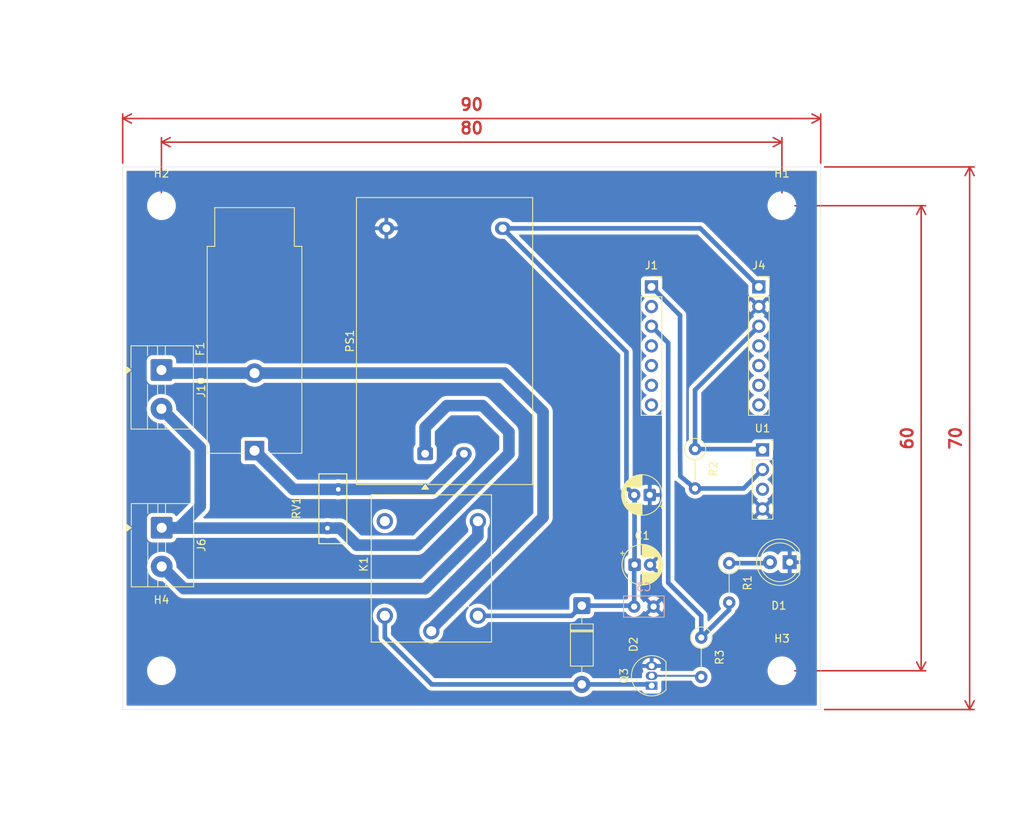
<source format=kicad_pcb>
(kicad_pcb (version 20241229) (generator "pcbnew") (generator_version "9.0")
  (layers (0 "F.Cu" signal) (2 "B.Cu" signal) (13 "F.Paste" user) (15 "B.Paste" user) (5 "F.SilkS" user "F.Silkscreen") (7 "B.SilkS" user "B.Silkscreen") (1 "F.Mask" user) (3 "B.Mask" user) (25 "Edge.Cuts" user))
  (net 0 "")
  (net 1 "+5V")
  (net 2 "GND")
  (net 3 "Net-(D2-A)")
  (net 4 "Net-(PS1-AC2)")
  (net 5 "L")
  (net 7 "HEATER_GATE")
  (net 10 "DATA")
  (net 12 "+3V3")
  (net 16 "NEUTRAL")
  (net 17 "Net-(Q3-B)")
  (net 22 "Net-(J6-Pin_2)")
  (net 23 "Net-(D1-A)")
  (footprint "MountingHole:MountingHole_3.2mm_M3" (layer "F.Cu") (at 115 75)
    (property "Reference" "H2" (at 0 -4.15 0) (layer "F.SilkS"))
    (property "Value" "MountingHole")
    (pad "" np_thru_hole circle (at 0 0) (size 3.2 3.2) (drill 3.2) (layers "*.Cu" "*.Mask"))
  )
  (footprint "Fuse:Fuseholder_Cylinder-5x20mm_Schurter_FAB_0031-355x_Horizontal_Closed" (layer "F.Cu") (at 127 106.6 90)
    (property "Reference" "F1" (at 13.125 -7 90) (layer "F.SilkS"))
    (property "Value" "Fuse")
    (fp_line (start 26.35 -6.1) (end -0.35 -6.1) (stroke (width 0.12)) (layer "F.SilkS"))
    (fp_line (start -0.35 -6.1) (end -0.35 -1.5) (stroke (width 0.12)) (layer "F.SilkS"))
    (fp_line (start 31.35 -5.13) (end 31.35 5.13) (stroke (width 0.12)) (layer "F.SilkS"))
    (fp_line (start 26.35 -5.13) (end 26.35 -6.1) (stroke (width 0.12)) (layer "F.SilkS"))
    (fp_line (start 26.35 -5.13) (end 31.35 -5.13) (stroke (width 0.12)) (layer "F.SilkS"))
    (fp_line (start -0.35 1.5) (end -0.35 6.1) (stroke (width 0.12)) (layer "F.SilkS"))
    (fp_line (start 31.35 5.13) (end 26.35 5.13) (stroke (width 0.12)) (layer "F.SilkS"))
    (fp_line (start 26.35 5.13) (end 26.35 6.1) (stroke (width 0.12)) (layer "F.SilkS"))
    (fp_line (start -0.35 6.1) (end 26.35 6.1) (stroke (width 0.12)) (layer "F.SilkS"))
    (pad "1" thru_hole rect (at 0 0 90) (size 2.5 2.5) (drill 1.3) (layers "*.Cu" "*.Mask") (net 4 "Net-(PS1-AC2)"))
    (pad "2" thru_hole circle (at 10 0 90) (size 2.5 2.5) (drill 1.3) (layers "*.Cu" "*.Mask") (net 5 "L"))
  )
  (footprint "Capacitor_THT:CP_Radial_D5.0mm_P2.00mm" (layer "F.Cu") (at 176 121.32)
    (property "Reference" "C1" (at 1 -3.75 0) (layer "F.SilkS"))
    (property "Value" "100 uF")
    (fp_line (start -1.804775 -1.475) (end -1.304775 -1.475) (stroke (width 0.12)) (layer "F.SilkS"))
    (fp_line (start -1.554775 -1.725) (end -1.554775 -1.225) (stroke (width 0.12)) (layer "F.SilkS"))
    (fp_line (start 1 -2.58) (end 1 -1.04) (stroke (width 0.12)) (layer "F.SilkS"))
    (fp_line (start 1 1.04) (end 1 2.58) (stroke (width 0.12)) (layer "F.SilkS"))
    (fp_line (start 1.04 -2.58) (end 1.04 -1.04) (stroke (width 0.12)) (layer "F.SilkS"))
    (fp_line (start 1.04 1.04) (end 1.04 2.58) (stroke (width 0.12)) (layer "F.SilkS"))
    (fp_line (start 1.08 -2.579) (end 1.08 -1.04) (stroke (width 0.12)) (layer "F.SilkS"))
    (fp_line (start 1.08 1.04) (end 1.08 2.579) (stroke (width 0.12)) (layer "F.SilkS"))
    (fp_line (start 1.12 -2.577) (end 1.12 -1.04) (stroke (width 0.12)) (layer "F.SilkS"))
    (fp_line (start 1.12 1.04) (end 1.12 2.577) (stroke (width 0.12)) (layer "F.SilkS"))
    (fp_line (start 1.16 -2.575) (end 1.16 -1.04) (stroke (width 0.12)) (layer "F.SilkS"))
    (fp_line (start 1.16 1.04) (end 1.16 2.575) (stroke (width 0.12)) (layer "F.SilkS"))
    (fp_line (start 1.2 -2.572) (end 1.2 -1.04) (stroke (width 0.12)) (layer "F.SilkS"))
    (fp_line (start 1.2 1.04) (end 1.2 2.572) (stroke (width 0.12)) (layer "F.SilkS"))
    (fp_line (start 1.24 -2.569) (end 1.24 -1.04) (stroke (width 0.12)) (layer "F.SilkS"))
    (fp_line (start 1.24 1.04) (end 1.24 2.569) (stroke (width 0.12)) (layer "F.SilkS"))
    (fp_line (start 1.28 -2.565) (end 1.28 -1.04) (stroke (width 0.12)) (layer "F.SilkS"))
    (fp_line (start 1.28 1.04) (end 1.28 2.565) (stroke (width 0.12)) (layer "F.SilkS"))
    (fp_line (start 1.32 -2.56) (end 1.32 -1.04) (stroke (width 0.12)) (layer "F.SilkS"))
    (fp_line (start 1.32 1.04) (end 1.32 2.56) (stroke (width 0.12)) (layer "F.SilkS"))
    (fp_line (start 1.36 -2.555) (end 1.36 -1.04) (stroke (width 0.12)) (layer "F.SilkS"))
    (fp_line (start 1.36 1.04) (end 1.36 2.555) (stroke (width 0.12)) (layer "F.SilkS"))
    (fp_line (start 1.4 -2.549) (end 1.4 -1.04) (stroke (width 0.12)) (layer "F.SilkS"))
    (fp_line (start 1.4 1.04) (end 1.4 2.549) (stroke (width 0.12)) (layer "F.SilkS"))
    (fp_line (start 1.44 -2.543) (end 1.44 -1.04) (stroke (width 0.12)) (layer "F.SilkS"))
    (fp_line (start 1.44 1.04) (end 1.44 2.543) (stroke (width 0.12)) (layer "F.SilkS"))
    (fp_line (start 1.48 -2.536) (end 1.48 -1.04) (stroke (width 0.12)) (layer "F.SilkS"))
    (fp_line (start 1.48 1.04) (end 1.48 2.536) (stroke (width 0.12)) (layer "F.SilkS"))
    (fp_line (start 1.52 -2.528) (end 1.52 -1.04) (stroke (width 0.12)) (layer "F.SilkS"))
    (fp_line (start 1.52 1.04) (end 1.52 2.528) (stroke (width 0.12)) (layer "F.SilkS"))
    (fp_line (start 1.56 -2.519) (end 1.56 -1.04) (stroke (width 0.12)) (layer "F.SilkS"))
    (fp_line (start 1.56 1.04) (end 1.56 2.519) (stroke (width 0.12)) (layer "F.SilkS"))
    (fp_line (start 1.6 -2.51) (end 1.6 -1.04) (stroke (width 0.12)) (layer "F.SilkS"))
    (fp_line (start 1.6 1.04) (end 1.6 2.51) (stroke (width 0.12)) (layer "F.SilkS"))
    (fp_line (start 1.64 -2.501) (end 1.64 -1.04) (stroke (width 0.12)) (layer "F.SilkS"))
    (fp_line (start 1.64 1.04) (end 1.64 2.501) (stroke (width 0.12)) (layer "F.SilkS"))
    (fp_line (start 1.68 -2.49) (end 1.68 -1.04) (stroke (width 0.12)) (layer "F.SilkS"))
    (fp_line (start 1.68 1.04) (end 1.68 2.49) (stroke (width 0.12)) (layer "F.SilkS"))
    (fp_line (start 1.72 -2.479) (end 1.72 -1.04) (stroke (width 0.12)) (layer "F.SilkS"))
    (fp_line (start 1.72 1.04) (end 1.72 2.479) (stroke (width 0.12)) (layer "F.SilkS"))
    (fp_line (start 1.76 -2.467) (end 1.76 -1.04) (stroke (width 0.12)) (layer "F.SilkS"))
    (fp_line (start 1.76 1.04) (end 1.76 2.467) (stroke (width 0.12)) (layer "F.SilkS"))
    (fp_line (start 1.8 -2.455) (end 1.8 -1.04) (stroke (width 0.12)) (layer "F.SilkS"))
    (fp_line (start 1.8 1.04) (end 1.8 2.455) (stroke (width 0.12)) (layer "F.SilkS"))
    (fp_line (start 1.84 -2.442) (end 1.84 -1.04) (stroke (width 0.12)) (layer "F.SilkS"))
    (fp_line (start 1.84 1.04) (end 1.84 2.442) (stroke (width 0.12)) (layer "F.SilkS"))
    (fp_line (start 1.88 -2.428) (end 1.88 -1.04) (stroke (width 0.12)) (layer "F.SilkS"))
    (fp_line (start 1.88 1.04) (end 1.88 2.428) (stroke (width 0.12)) (layer "F.SilkS"))
    (fp_line (start 1.92 -2.413) (end 1.92 -1.04) (stroke (width 0.12)) (layer "F.SilkS"))
    (fp_line (start 1.92 1.04) (end 1.92 2.413) (stroke (width 0.12)) (layer "F.SilkS"))
    (fp_line (start 1.96 -2.398) (end 1.96 -1.04) (stroke (width 0.12)) (layer "F.SilkS"))
    (fp_line (start 1.96 1.04) (end 1.96 2.398) (stroke (width 0.12)) (layer "F.SilkS"))
    (fp_line (start 2 -2.382) (end 2 -1.04) (stroke (width 0.12)) (layer "F.SilkS"))
    (fp_line (start 2 1.04) (end 2 2.382) (stroke (width 0.12)) (layer "F.SilkS"))
    (fp_line (start 2.04 -2.365) (end 2.04 -1.04) (stroke (width 0.12)) (layer "F.SilkS"))
    (fp_line (start 2.04 1.04) (end 2.04 2.365) (stroke (width 0.12)) (layer "F.SilkS"))
    (fp_line (start 2.08 -2.347) (end 2.08 -1.04) (stroke (width 0.12)) (layer "F.SilkS"))
    (fp_line (start 2.08 1.04) (end 2.08 2.347) (stroke (width 0.12)) (layer "F.SilkS"))
    (fp_line (start 2.12 -2.329) (end 2.12 -1.04) (stroke (width 0.12)) (layer "F.SilkS"))
    (fp_line (start 2.12 1.04) (end 2.12 2.329) (stroke (width 0.12)) (layer "F.SilkS"))
    (fp_line (start 2.16 -2.309) (end 2.16 -1.04) (stroke (width 0.12)) (layer "F.SilkS"))
    (fp_line (start 2.16 1.04) (end 2.16 2.309) (stroke (width 0.12)) (layer "F.SilkS"))
    (fp_line (start 2.2 -2.289) (end 2.2 -1.04) (stroke (width 0.12)) (layer "F.SilkS"))
    (fp_line (start 2.2 1.04) (end 2.2 2.289) (stroke (width 0.12)) (layer "F.SilkS"))
    (fp_line (start 2.24 -2.268) (end 2.24 -1.04) (stroke (width 0.12)) (layer "F.SilkS"))
    (fp_line (start 2.24 1.04) (end 2.24 2.268) (stroke (width 0.12)) (layer "F.SilkS"))
    (fp_line (start 2.28 -2.246) (end 2.28 -1.04) (stroke (width 0.12)) (layer "F.SilkS"))
    (fp_line (start 2.28 1.04) (end 2.28 2.246) (stroke (width 0.12)) (layer "F.SilkS"))
    (fp_line (start 2.32 -2.223) (end 2.32 -1.04) (stroke (width 0.12)) (layer "F.SilkS"))
    (fp_line (start 2.32 1.04) (end 2.32 2.223) (stroke (width 0.12)) (layer "F.SilkS"))
    (fp_line (start 2.36 -2.199) (end 2.36 -1.04) (stroke (width 0.12)) (layer "F.SilkS"))
    (fp_line (start 2.36 1.04) (end 2.36 2.199) (stroke (width 0.12)) (layer "F.SilkS"))
    (fp_line (start 2.4 -2.175) (end 2.4 -1.04) (stroke (width 0.12)) (layer "F.SilkS"))
    (fp_line (start 2.4 1.04) (end 2.4 2.175) (stroke (width 0.12)) (layer "F.SilkS"))
    (fp_line (start 2.44 -2.149) (end 2.44 -1.04) (stroke (width 0.12)) (layer "F.SilkS"))
    (fp_line (start 2.44 1.04) (end 2.44 2.149) (stroke (width 0.12)) (layer "F.SilkS"))
    (fp_line (start 2.48 -2.122) (end 2.48 -1.04) (stroke (width 0.12)) (layer "F.SilkS"))
    (fp_line (start 2.48 1.04) (end 2.48 2.122) (stroke (width 0.12)) (layer "F.SilkS"))
    (fp_line (start 2.52 -2.094) (end 2.52 -1.04) (stroke (width 0.12)) (layer "F.SilkS"))
    (fp_line (start 2.52 1.04) (end 2.52 2.094) (stroke (width 0.12)) (layer "F.SilkS"))
    (fp_line (start 2.56 -2.065) (end 2.56 -1.04) (stroke (width 0.12)) (layer "F.SilkS"))
    (fp_line (start 2.56 1.04) (end 2.56 2.065) (stroke (width 0.12)) (layer "F.SilkS"))
    (fp_line (start 2.6 -2.035) (end 2.6 -1.04) (stroke (width 0.12)) (layer "F.SilkS"))
    (fp_line (start 2.6 1.04) (end 2.6 2.035) (stroke (width 0.12)) (layer "F.SilkS"))
    (fp_line (start 2.64 -2.003) (end 2.64 -1.04) (stroke (width 0.12)) (layer "F.SilkS"))
    (fp_line (start 2.64 1.04) (end 2.64 2.003) (stroke (width 0.12)) (layer "F.SilkS"))
    (fp_line (start 2.68 -1.97) (end 2.68 -1.04) (stroke (width 0.12)) (layer "F.SilkS"))
    (fp_line (start 2.68 1.04) (end 2.68 1.97) (stroke (width 0.12)) (layer "F.SilkS"))
    (fp_line (start 2.72 -1.936) (end 2.72 -1.04) (stroke (width 0.12)) (layer "F.SilkS"))
    (fp_line (start 2.72 1.04) (end 2.72 1.936) (stroke (width 0.12)) (layer "F.SilkS"))
    (fp_line (start 2.76 -1.901) (end 2.76 -1.04) (stroke (width 0.12)) (layer "F.SilkS"))
    (fp_line (start 2.76 1.04) (end 2.76 1.901) (stroke (width 0.12)) (layer "F.SilkS"))
    (fp_line (start 2.8 -1.864) (end 2.8 -1.04) (stroke (width 0.12)) (layer "F.SilkS"))
    (fp_line (start 2.8 1.04) (end 2.8 1.864) (stroke (width 0.12)) (layer "F.SilkS"))
    (fp_line (start 2.84 -1.825) (end 2.84 -1.04) (stroke (width 0.12)) (layer "F.SilkS"))
    (fp_line (start 2.84 1.04) (end 2.84 1.825) (stroke (width 0.12)) (layer "F.SilkS"))
    (fp_line (start 2.88 -1.785) (end 2.88 -1.04) (stroke (width 0.12)) (layer "F.SilkS"))
    (fp_line (start 2.88 1.04) (end 2.88 1.785) (stroke (width 0.12)) (layer "F.SilkS"))
    (fp_line (start 2.92 -1.743) (end 2.92 -1.04) (stroke (width 0.12)) (layer "F.SilkS"))
    (fp_line (start 2.92 1.04) (end 2.92 1.743) (stroke (width 0.12)) (layer "F.SilkS"))
    (fp_line (start 2.96 -1.699) (end 2.96 -1.04) (stroke (width 0.12)) (layer "F.SilkS"))
    (fp_line (start 2.96 1.04) (end 2.96 1.699) (stroke (width 0.12)) (layer "F.SilkS"))
    (fp_line (start 3 -1.652) (end 3 -1.04) (stroke (width 0.12)) (layer "F.SilkS"))
    (fp_line (start 3 1.04) (end 3 1.652) (stroke (width 0.12)) (layer "F.SilkS"))
    (fp_line (start 3.04 -1.604) (end 3.04 1.604) (stroke (width 0.12)) (layer "F.SilkS"))
    (fp_line (start 3.08 -1.553) (end 3.08 1.553) (stroke (width 0.12)) (layer "F.SilkS"))
    (fp_line (start 3.12 -1.499) (end 3.12 1.499) (stroke (width 0.12)) (layer "F.SilkS"))
    (fp_line (start 3.16 -1.443) (end 3.16 1.443) (stroke (width 0.12)) (layer "F.SilkS"))
    (fp_line (start 3.2 -1.383) (end 3.2 1.383) (stroke (width 0.12)) (layer "F.SilkS"))
    (fp_line (start 3.24 -1.319) (end 3.24 1.319) (stroke (width 0.12)) (layer "F.SilkS"))
    (fp_line (start 3.28 -1.251) (end 3.28 1.251) (stroke (width 0.12)) (layer "F.SilkS"))
    (fp_line (start 3.32 -1.177) (end 3.32 1.177) (stroke (width 0.12)) (layer "F.SilkS"))
    (fp_line (start 3.36 -1.098) (end 3.36 1.098) (stroke (width 0.12)) (layer "F.SilkS"))
    (fp_line (start 3.4 -1.011) (end 3.4 1.011) (stroke (width 0.12)) (layer "F.SilkS"))
    (fp_line (start 3.44 -0.914) (end 3.44 0.914) (stroke (width 0.12)) (layer "F.SilkS"))
    (fp_line (start 3.48 -0.805) (end 3.48 0.805) (stroke (width 0.12)) (layer "F.SilkS"))
    (fp_line (start 3.52 -0.677) (end 3.52 0.677) (stroke (width 0.12)) (layer "F.SilkS"))
    (fp_line (start 3.56 -0.517) (end 3.56 0.517) (stroke (width 0.12)) (layer "F.SilkS"))
    (fp_line (start 3.6 -0.283) (end 3.6 0.283) (stroke (width 0.12)) (layer "F.SilkS"))
    (fp_circle (center 1 0) (end 3.62 0) (stroke (width 0.12)) (fill no) (layer "F.SilkS"))
    (pad "1" thru_hole roundrect (at 0 0) (size 1.6 1.6) (drill 0.8) (layers "*.Cu" "*.Mask") (roundrect_rratio 0.15625) (net 1 "+5V"))
    (pad "2" thru_hole circle (at 2 0) (size 1.6 1.6) (drill 0.8) (layers "*.Cu" "*.Mask") (net 2 "GND"))
  )
  (footprint "TerminalBlock:TerminalBlock_MaiXu_MX126-5.0-02P_1x02_P5.00mm" (layer "F.Cu") (at 115 96.2 -90)
    (property "Reference" "J10" (at 2.25 -5.12 90) (layer "F.SilkS"))
    (property "Value" "ARK-500")
    (fp_line (start -3.12 3.92) (end -3.12 -4.12) (stroke (width 0.12)) (layer "F.SilkS"))
    (fp_line (start -0.3 3.92) (end -3.12 3.92) (stroke (width 0.12)) (layer "F.SilkS"))
    (fp_line (start 7.62 3.92) (end 0.3 3.92) (stroke (width 0.12)) (layer "F.SilkS"))
    (fp_line (start -3.12 1.8) (end -1.88 1.8) (stroke (width 0.12)) (layer "F.SilkS"))
    (fp_line (start 1.88 1.8) (end 4.457 1.8) (stroke (width 0.12)) (layer "F.SilkS"))
    (fp_line (start 5.543 1.8) (end 7.62 1.8) (stroke (width 0.12)) (layer "F.SilkS"))
    (fp_line (start -3.12 0.5) (end -1.88 0.5) (stroke (width 0.12)) (layer "F.SilkS"))
    (fp_line (start 1.88 0.5) (end 3.188 0.5) (stroke (width 0.12)) (layer "F.SilkS"))
    (fp_line (start 6.812 0.5) (end 7.62 0.5) (stroke (width 0.12)) (layer "F.SilkS"))
    (fp_line (start -3.12 -0.5) (end -1.88 -0.5) (stroke (width 0.12)) (layer "F.SilkS"))
    (fp_line (start 1.88 -0.5) (end 3.188 -0.5) (stroke (width 0.12)) (layer "F.SilkS"))
    (fp_line (start 6.812 -0.5) (end 7.62 -0.5) (stroke (width 0.12)) (layer "F.SilkS"))
    (fp_line (start -3.12 -4.12) (end 7.62 -4.12) (stroke (width 0.12)) (layer "F.SilkS"))
    (fp_line (start 7.62 -4.12) (end 7.62 3.92) (stroke (width 0.12)) (layer "F.SilkS"))
    (fp_poly (pts (xy 0 3.92) (xy 0.44 4.53) (xy -0.44 4.53)) (stroke (width 0.12)) (fill yes) (layer "F.SilkS"))
    (pad "1" thru_hole roundrect (at 0 0 270) (size 2.8 2.8) (drill 1.3) (layers "*.Cu" "*.Mask") (roundrect_rratio 0.089286) (net 5 "L"))
    (pad "2" thru_hole circle (at 5 0 270) (size 2.8 2.8) (drill 1.3) (layers "*.Cu" "*.Mask") (net 16 "NEUTRAL"))
  )
  (footprint "Package_TO_SOT_THT:TO-92_Inline" (layer "F.Cu") (at 178.2 136.92 90)
    (property "Reference" "Q3" (at 1.27 -3.56 90) (layer "F.SilkS"))
    (property "Value" "BC547")
    (fp_line (start -0.53 1.85) (end 3.07 1.85) (stroke (width 0.12)) (layer "F.SilkS"))
    (fp_arc (start 1.27 -2.6) (mid 3.672087 -0.994977) (end 3.108478 1.838478) (stroke (width 0.12)) (layer "F.SilkS"))
    (fp_arc (start -0.568478 1.838478) (mid -1.132087 -0.994977) (end 1.27 -2.6) (stroke (width 0.12)) (layer "F.SilkS"))
    (pad "1" thru_hole rect (at 0 0 90) (size 1.05 1.5) (drill 0.75) (layers "*.Cu" "*.Mask") (net 3 "Net-(D2-A)"))
    (pad "2" thru_hole oval (at 1.27 0 90) (size 1.05 1.5) (drill 0.75) (layers "*.Cu" "*.Mask") (net 17 "Net-(Q3-B)"))
    (pad "3" thru_hole oval (at 2.54 0 90) (size 1.05 1.5) (drill 0.75) (layers "*.Cu" "*.Mask") (net 2 "GND"))
  )
  (footprint "Resistor_THT:R_Axial_DIN0207_L6.3mm_D2.5mm_P5.08mm_Vertical" (layer "F.Cu") (at 183.8 106.4 -90)
    (property "Reference" "R2" (at 2.54 -2.37 90) (layer "F.SilkS"))
    (property "Value" "4,7k")
    (fp_line (start 1.37 0) (end 3.98 0) (stroke (width 0.12)) (layer "F.SilkS"))
    (fp_circle (center 0 0) (end 1.37 0) (stroke (width 0.12)) (fill no) (layer "F.SilkS"))
    (pad "1" thru_hole circle (at 0 0 270) (size 1.6 1.6) (drill 0.8) (layers "*.Cu" "*.Mask") (net 12 "+3V3"))
    (pad "2" thru_hole circle (at 5.08 0 270) (size 1.6 1.6) (drill 0.8) (layers "*.Cu" "*.Mask") (net 10 "DATA"))
  )
  (footprint "Capacitor_THT:CP_Radial_D5.0mm_P2.00mm" (layer "F.Cu") (at 177.955113 112.32 180)
    (property "Reference" "C_Polarised1" (hide yes))
    (property "Value" "47uF")
    (fp_line (start 3.6 -0.283) (end 3.6 0.283) (stroke (width 0.12)) (layer "F.SilkS"))
    (fp_line (start 3.56 -0.517) (end 3.56 0.517) (stroke (width 0.12)) (layer "F.SilkS"))
    (fp_line (start 3.52 -0.677) (end 3.52 0.677) (stroke (width 0.12)) (layer "F.SilkS"))
    (fp_line (start 3.48 -0.805) (end 3.48 0.805) (stroke (width 0.12)) (layer "F.SilkS"))
    (fp_line (start 3.44 -0.914) (end 3.44 0.914) (stroke (width 0.12)) (layer "F.SilkS"))
    (fp_line (start 3.4 -1.011) (end 3.4 1.011) (stroke (width 0.12)) (layer "F.SilkS"))
    (fp_line (start 3.36 -1.098) (end 3.36 1.098) (stroke (width 0.12)) (layer "F.SilkS"))
    (fp_line (start 3.32 -1.177) (end 3.32 1.177) (stroke (width 0.12)) (layer "F.SilkS"))
    (fp_line (start 3.28 -1.251) (end 3.28 1.251) (stroke (width 0.12)) (layer "F.SilkS"))
    (fp_line (start 3.24 -1.319) (end 3.24 1.319) (stroke (width 0.12)) (layer "F.SilkS"))
    (fp_line (start 3.2 -1.383) (end 3.2 1.383) (stroke (width 0.12)) (layer "F.SilkS"))
    (fp_line (start 3.16 -1.443) (end 3.16 1.443) (stroke (width 0.12)) (layer "F.SilkS"))
    (fp_line (start 3.12 -1.499) (end 3.12 1.499) (stroke (width 0.12)) (layer "F.SilkS"))
    (fp_line (start 3.08 -1.553) (end 3.08 1.553) (stroke (width 0.12)) (layer "F.SilkS"))
    (fp_line (start 3.04 -1.604) (end 3.04 1.604) (stroke (width 0.12)) (layer "F.SilkS"))
    (fp_line (start 3 1.04) (end 3 1.652) (stroke (width 0.12)) (layer "F.SilkS"))
    (fp_line (start 3 -1.652) (end 3 -1.04) (stroke (width 0.12)) (layer "F.SilkS"))
    (fp_line (start 2.96 1.04) (end 2.96 1.699) (stroke (width 0.12)) (layer "F.SilkS"))
    (fp_line (start 2.96 -1.699) (end 2.96 -1.04) (stroke (width 0.12)) (layer "F.SilkS"))
    (fp_line (start 2.92 1.04) (end 2.92 1.743) (stroke (width 0.12)) (layer "F.SilkS"))
    (fp_line (start 2.92 -1.743) (end 2.92 -1.04) (stroke (width 0.12)) (layer "F.SilkS"))
    (fp_line (start 2.88 1.04) (end 2.88 1.785) (stroke (width 0.12)) (layer "F.SilkS"))
    (fp_line (start 2.88 -1.785) (end 2.88 -1.04) (stroke (width 0.12)) (layer "F.SilkS"))
    (fp_line (start 2.84 1.04) (end 2.84 1.825) (stroke (width 0.12)) (layer "F.SilkS"))
    (fp_line (start 2.84 -1.825) (end 2.84 -1.04) (stroke (width 0.12)) (layer "F.SilkS"))
    (fp_line (start 2.8 1.04) (end 2.8 1.864) (stroke (width 0.12)) (layer "F.SilkS"))
    (fp_line (start 2.8 -1.864) (end 2.8 -1.04) (stroke (width 0.12)) (layer "F.SilkS"))
    (fp_line (start 2.76 1.04) (end 2.76 1.901) (stroke (width 0.12)) (layer "F.SilkS"))
    (fp_line (start 2.76 -1.901) (end 2.76 -1.04) (stroke (width 0.12)) (layer "F.SilkS"))
    (fp_line (start 2.72 1.04) (end 2.72 1.936) (stroke (width 0.12)) (layer "F.SilkS"))
    (fp_line (start 2.72 -1.936) (end 2.72 -1.04) (stroke (width 0.12)) (layer "F.SilkS"))
    (fp_line (start 2.68 1.04) (end 2.68 1.97) (stroke (width 0.12)) (layer "F.SilkS"))
    (fp_line (start 2.68 -1.97) (end 2.68 -1.04) (stroke (width 0.12)) (layer "F.SilkS"))
    (fp_line (start 2.64 1.04) (end 2.64 2.003) (stroke (width 0.12)) (layer "F.SilkS"))
    (fp_line (start 2.64 -2.003) (end 2.64 -1.04) (stroke (width 0.12)) (layer "F.SilkS"))
    (fp_line (start 2.6 1.04) (end 2.6 2.035) (stroke (width 0.12)) (layer "F.SilkS"))
    (fp_line (start 2.6 -2.035) (end 2.6 -1.04) (stroke (width 0.12)) (layer "F.SilkS"))
    (fp_line (start 2.56 1.04) (end 2.56 2.065) (stroke (width 0.12)) (layer "F.SilkS"))
    (fp_line (start 2.56 -2.065) (end 2.56 -1.04) (stroke (width 0.12)) (layer "F.SilkS"))
    (fp_line (start 2.52 1.04) (end 2.52 2.094) (stroke (width 0.12)) (layer "F.SilkS"))
    (fp_line (start 2.52 -2.094) (end 2.52 -1.04) (stroke (width 0.12)) (layer "F.SilkS"))
    (fp_line (start 2.48 1.04) (end 2.48 2.122) (stroke (width 0.12)) (layer "F.SilkS"))
    (fp_line (start 2.48 -2.122) (end 2.48 -1.04) (stroke (width 0.12)) (layer "F.SilkS"))
    (fp_line (start 2.44 1.04) (end 2.44 2.149) (stroke (width 0.12)) (layer "F.SilkS"))
    (fp_line (start 2.44 -2.149) (end 2.44 -1.04) (stroke (width 0.12)) (layer "F.SilkS"))
    (fp_line (start 2.4 1.04) (end 2.4 2.175) (stroke (width 0.12)) (layer "F.SilkS"))
    (fp_line (start 2.4 -2.175) (end 2.4 -1.04) (stroke (width 0.12)) (layer "F.SilkS"))
    (fp_line (start 2.36 1.04) (end 2.36 2.199) (stroke (width 0.12)) (layer "F.SilkS"))
    (fp_line (start 2.36 -2.199) (end 2.36 -1.04) (stroke (width 0.12)) (layer "F.SilkS"))
    (fp_line (start 2.32 1.04) (end 2.32 2.223) (stroke (width 0.12)) (layer "F.SilkS"))
    (fp_line (start 2.32 -2.223) (end 2.32 -1.04) (stroke (width 0.12)) (layer "F.SilkS"))
    (fp_line (start 2.28 1.04) (end 2.28 2.246) (stroke (width 0.12)) (layer "F.SilkS"))
    (fp_line (start 2.28 -2.246) (end 2.28 -1.04) (stroke (width 0.12)) (layer "F.SilkS"))
    (fp_line (start 2.24 1.04) (end 2.24 2.268) (stroke (width 0.12)) (layer "F.SilkS"))
    (fp_line (start 2.24 -2.268) (end 2.24 -1.04) (stroke (width 0.12)) (layer "F.SilkS"))
    (fp_line (start 2.2 1.04) (end 2.2 2.289) (stroke (width 0.12)) (layer "F.SilkS"))
    (fp_line (start 2.2 -2.289) (end 2.2 -1.04) (stroke (width 0.12)) (layer "F.SilkS"))
    (fp_line (start 2.16 1.04) (end 2.16 2.309) (stroke (width 0.12)) (layer "F.SilkS"))
    (fp_line (start 2.16 -2.309) (end 2.16 -1.04) (stroke (width 0.12)) (layer "F.SilkS"))
    (fp_line (start 2.12 1.04) (end 2.12 2.329) (stroke (width 0.12)) (layer "F.SilkS"))
    (fp_line (start 2.12 -2.329) (end 2.12 -1.04) (stroke (width 0.12)) (layer "F.SilkS"))
    (fp_line (start 2.08 1.04) (end 2.08 2.347) (stroke (width 0.12)) (layer "F.SilkS"))
    (fp_line (start 2.08 -2.347) (end 2.08 -1.04) (stroke (width 0.12)) (layer "F.SilkS"))
    (fp_line (start 2.04 1.04) (end 2.04 2.365) (stroke (width 0.12)) (layer "F.SilkS"))
    (fp_line (start 2.04 -2.365) (end 2.04 -1.04) (stroke (width 0.12)) (layer "F.SilkS"))
    (fp_line (start 2 1.04) (end 2 2.382) (stroke (width 0.12)) (layer "F.SilkS"))
    (fp_line (start 2 -2.382) (end 2 -1.04) (stroke (width 0.12)) (layer "F.SilkS"))
    (fp_line (start 1.96 1.04) (end 1.96 2.398) (stroke (width 0.12)) (layer "F.SilkS"))
    (fp_line (start 1.96 -2.398) (end 1.96 -1.04) (stroke (width 0.12)) (layer "F.SilkS"))
    (fp_line (start 1.92 1.04) (end 1.92 2.413) (stroke (width 0.12)) (layer "F.SilkS"))
    (fp_line (start 1.92 -2.413) (end 1.92 -1.04) (stroke (width 0.12)) (layer "F.SilkS"))
    (fp_line (start 1.88 1.04) (end 1.88 2.428) (stroke (width 0.12)) (layer "F.SilkS"))
    (fp_line (start 1.88 -2.428) (end 1.88 -1.04) (stroke (width 0.12)) (layer "F.SilkS"))
    (fp_line (start 1.84 1.04) (end 1.84 2.442) (stroke (width 0.12)) (layer "F.SilkS"))
    (fp_line (start 1.84 -2.442) (end 1.84 -1.04) (stroke (width 0.12)) (layer "F.SilkS"))
    (fp_line (start 1.8 1.04) (end 1.8 2.455) (stroke (width 0.12)) (layer "F.SilkS"))
    (fp_line (start 1.8 -2.455) (end 1.8 -1.04) (stroke (width 0.12)) (layer "F.SilkS"))
    (fp_line (start 1.76 1.04) (end 1.76 2.467) (stroke (width 0.12)) (layer "F.SilkS"))
    (fp_line (start 1.76 -2.467) (end 1.76 -1.04) (stroke (width 0.12)) (layer "F.SilkS"))
    (fp_line (start 1.72 1.04) (end 1.72 2.479) (stroke (width 0.12)) (layer "F.SilkS"))
    (fp_line (start 1.72 -2.479) (end 1.72 -1.04) (stroke (width 0.12)) (layer "F.SilkS"))
    (fp_line (start 1.68 1.04) (end 1.68 2.49) (stroke (width 0.12)) (layer "F.SilkS"))
    (fp_line (start 1.68 -2.49) (end 1.68 -1.04) (stroke (width 0.12)) (layer "F.SilkS"))
    (fp_line (start 1.64 1.04) (end 1.64 2.501) (stroke (width 0.12)) (layer "F.SilkS"))
    (fp_line (start 1.64 -2.501) (end 1.64 -1.04) (stroke (width 0.12)) (layer "F.SilkS"))
    (fp_line (start 1.6 1.04) (end 1.6 2.51) (stroke (width 0.12)) (layer "F.SilkS"))
    (fp_line (start 1.6 -2.51) (end 1.6 -1.04) (stroke (width 0.12)) (layer "F.SilkS"))
    (fp_line (start 1.56 1.04) (end 1.56 2.519) (stroke (width 0.12)) (layer "F.SilkS"))
    (fp_line (start 1.56 -2.519) (end 1.56 -1.04) (stroke (width 0.12)) (layer "F.SilkS"))
    (fp_line (start 1.52 1.04) (end 1.52 2.528) (stroke (width 0.12)) (layer "F.SilkS"))
    (fp_line (start 1.52 -2.528) (end 1.52 -1.04) (stroke (width 0.12)) (layer "F.SilkS"))
    (fp_line (start 1.48 1.04) (end 1.48 2.536) (stroke (width 0.12)) (layer "F.SilkS"))
    (fp_line (start 1.48 -2.536) (end 1.48 -1.04) (stroke (width 0.12)) (layer "F.SilkS"))
    (fp_line (start 1.44 1.04) (end 1.44 2.543) (stroke (width 0.12)) (layer "F.SilkS"))
    (fp_line (start 1.44 -2.543) (end 1.44 -1.04) (stroke (width 0.12)) (layer "F.SilkS"))
    (fp_line (start 1.4 1.04) (end 1.4 2.549) (stroke (width 0.12)) (layer "F.SilkS"))
    (fp_line (start 1.4 -2.549) (end 1.4 -1.04) (stroke (width 0.12)) (layer "F.SilkS"))
    (fp_line (start 1.36 1.04) (end 1.36 2.555) (stroke (width 0.12)) (layer "F.SilkS"))
    (fp_line (start 1.36 -2.555) (end 1.36 -1.04) (stroke (width 0.12)) (layer "F.SilkS"))
    (fp_line (start 1.32 1.04) (end 1.32 2.56) (stroke (width 0.12)) (layer "F.SilkS"))
    (fp_line (start 1.32 -2.56) (end 1.32 -1.04) (stroke (width 0.12)) (layer "F.SilkS"))
    (fp_line (start 1.28 1.04) (end 1.28 2.565) (stroke (width 0.12)) (layer "F.SilkS"))
    (fp_line (start 1.28 -2.565) (end 1.28 -1.04) (stroke (width 0.12)) (layer "F.SilkS"))
    (fp_line (start 1.24 1.04) (end 1.24 2.569) (stroke (width 0.12)) (layer "F.SilkS"))
    (fp_line (start 1.24 -2.569) (end 1.24 -1.04) (stroke (width 0.12)) (layer "F.SilkS"))
    (fp_line (start 1.2 1.04) (end 1.2 2.572) (stroke (width 0.12)) (layer "F.SilkS"))
    (fp_line (start 1.2 -2.572) (end 1.2 -1.04) (stroke (width 0.12)) (layer "F.SilkS"))
    (fp_line (start 1.16 1.04) (end 1.16 2.575) (stroke (width 0.12)) (layer "F.SilkS"))
    (fp_line (start 1.16 -2.575) (end 1.16 -1.04) (stroke (width 0.12)) (layer "F.SilkS"))
    (fp_line (start 1.12 1.04) (end 1.12 2.577) (stroke (width 0.12)) (layer "F.SilkS"))
    (fp_line (start 1.12 -2.577) (end 1.12 -1.04) (stroke (width 0.12)) (layer "F.SilkS"))
    (fp_line (start 1.08 1.04) (end 1.08 2.579) (stroke (width 0.12)) (layer "F.SilkS"))
    (fp_line (start 1.08 -2.579) (end 1.08 -1.04) (stroke (width 0.12)) (layer "F.SilkS"))
    (fp_line (start 1.04 1.04) (end 1.04 2.58) (stroke (width 0.12)) (layer "F.SilkS"))
    (fp_line (start 1.04 -2.58) (end 1.04 -1.04) (stroke (width 0.12)) (layer "F.SilkS"))
    (fp_line (start 1 1.04) (end 1 2.58) (stroke (width 0.12)) (layer "F.SilkS"))
    (fp_line (start 1 -2.58) (end 1 -1.04) (stroke (width 0.12)) (layer "F.SilkS"))
    (fp_line (start -1.554775 -1.725) (end -1.554775 -1.225) (stroke (width 0.12)) (layer "F.SilkS"))
    (fp_line (start -1.804775 -1.475) (end -1.304775 -1.475) (stroke (width 0.12)) (layer "F.SilkS"))
    (fp_circle (center 1 0) (end 3.62 0) (stroke (width 0.12)) (fill no) (layer "F.SilkS"))
    (pad "1" thru_hole roundrect (at 0 0 180) (size 1.6 1.6) (drill 0.8) (layers "*.Cu" "*.Mask") (roundrect_rratio 0.15625) (net 2 "GND"))
    (pad "2" thru_hole circle (at 2 0 180) (size 1.6 1.6) (drill 0.8) (layers "*.Cu" "*.Mask") (net 1 "+5V"))
  )
  (footprint "TerminalBlock:TerminalBlock_MaiXu_MX126-5.0-02P_1x02_P5.00mm" (layer "F.Cu") (at 115.0325 116.55 -90)
    (property "Reference" "J6" (at 2.25 -5.12 90) (layer "F.SilkS"))
    (property "Value" "ARK-500")
    (fp_line (start -3.12 3.92) (end -3.12 -4.12) (stroke (width 0.12)) (layer "F.SilkS"))
    (fp_line (start -0.3 3.92) (end -3.12 3.92) (stroke (width 0.12)) (layer "F.SilkS"))
    (fp_line (start 7.62 3.92) (end 0.3 3.92) (stroke (width 0.12)) (layer "F.SilkS"))
    (fp_line (start -3.12 1.8) (end -1.88 1.8) (stroke (width 0.12)) (layer "F.SilkS"))
    (fp_line (start 1.88 1.8) (end 4.457 1.8) (stroke (width 0.12)) (layer "F.SilkS"))
    (fp_line (start 5.543 1.8) (end 7.62 1.8) (stroke (width 0.12)) (layer "F.SilkS"))
    (fp_line (start -3.12 0.5) (end -1.88 0.5) (stroke (width 0.12)) (layer "F.SilkS"))
    (fp_line (start 1.88 0.5) (end 3.188 0.5) (stroke (width 0.12)) (layer "F.SilkS"))
    (fp_line (start 6.812 0.5) (end 7.62 0.5) (stroke (width 0.12)) (layer "F.SilkS"))
    (fp_line (start -3.12 -0.5) (end -1.88 -0.5) (stroke (width 0.12)) (layer "F.SilkS"))
    (fp_line (start 1.88 -0.5) (end 3.188 -0.5) (stroke (width 0.12)) (layer "F.SilkS"))
    (fp_line (start 6.812 -0.5) (end 7.62 -0.5) (stroke (width 0.12)) (layer "F.SilkS"))
    (fp_line (start -3.12 -4.12) (end 7.62 -4.12) (stroke (width 0.12)) (layer "F.SilkS"))
    (fp_line (start 7.62 -4.12) (end 7.62 3.92) (stroke (width 0.12)) (layer "F.SilkS"))
    (fp_poly (pts (xy 0 3.92) (xy 0.44 4.53) (xy -0.44 4.53)) (stroke (width 0.12)) (fill yes) (layer "F.SilkS"))
    (pad "1" thru_hole roundrect (at 0 0 270) (size 2.8 2.8) (drill 1.3) (layers "*.Cu" "*.Mask") (roundrect_rratio 0.089286) (net 16 "NEUTRAL"))
    (pad "2" thru_hole circle (at 5 0 270) (size 2.8 2.8) (drill 1.3) (layers "*.Cu" "*.Mask") (net 22 "Net-(J6-Pin_2)"))
  )
  (footprint "LED_THT:LED_D5.0mm" (layer "F.Cu") (at 196 121 180)
    (property "Reference" "D1" (at 1.4 -5.6 0) (layer "F.SilkS"))
    (property "Value" "LED")
    (fp_line (start -1.29 -1.545) (end -1.29 1.545) (stroke (width 0.12)) (layer "F.SilkS"))
    (fp_arc (start 4.26 0) (mid 2.071779 2.880495) (end -1.29 1.54483) (stroke (width 0.12)) (layer "F.SilkS"))
    (fp_arc (start -1.29 -1.54483) (mid 2.071779 -2.880495) (end 4.26 0) (stroke (width 0.12)) (layer "F.SilkS"))
    (fp_circle (center 1.27 0) (end 3.77 0) (stroke (width 0.12)) (fill no) (layer "F.SilkS"))
    (pad "1" thru_hole rect (at 0 0 180) (size 1.8 1.8) (drill 0.9) (layers "*.Cu" "*.Mask") (net 2 "GND"))
    (pad "2" thru_hole circle (at 2.54 0 180) (size 1.8 1.8) (drill 0.9) (layers "*.Cu" "*.Mask") (net 23 "Net-(D1-A)"))
  )
  (footprint "Connector_PinSocket_2.54mm:PinSocket_1x07_P2.54mm_Vertical" (layer "F.Cu") (at 192.024 85.471)
    (property "Reference" "J4" (at 0 -2.77 0) (layer "F.SilkS"))
    (property "Value" "Conn_01x07_MountingPin" (hide yes))
    (fp_line (start -1.33 1.27) (end -1.33 16.57) (stroke (width 0.12)) (layer "F.SilkS"))
    (fp_line (start -1.33 1.27) (end 1.33 1.27) (stroke (width 0.12)) (layer "F.SilkS"))
    (fp_line (start -1.33 16.57) (end 1.33 16.57) (stroke (width 0.12)) (layer "F.SilkS"))
    (fp_line (start 0 -1.33) (end 1.33 -1.33) (stroke (width 0.12)) (layer "F.SilkS"))
    (fp_line (start 1.33 -1.33) (end 1.33 0) (stroke (width 0.12)) (layer "F.SilkS"))
    (fp_line (start 1.33 1.27) (end 1.33 16.57) (stroke (width 0.12)) (layer "F.SilkS"))
    (pad "1" thru_hole rect (at 0 0) (size 1.7 1.7) (drill 1) (layers "*.Cu" "*.Mask") (net 1 "+5V"))
    (pad "2" thru_hole circle (at 0 2.54) (size 1.7 1.7) (drill 1) (layers "*.Cu" "*.Mask") (net 2 "GND"))
    (pad "3" thru_hole circle (at 0 5.08) (size 1.7 1.7) (drill 1) (layers "*.Cu" "*.Mask") (net 12 "+3V3"))
    (pad "4" thru_hole circle (at 0 7.62) (size 1.7 1.7) (drill 1) (layers "*.Cu" "*.Mask"))
    (pad "5" thru_hole circle (at 0 10.16) (size 1.7 1.7) (drill 1) (layers "*.Cu" "*.Mask"))
    (pad "6" thru_hole circle (at 0 12.7) (size 1.7 1.7) (drill 1) (layers "*.Cu" "*.Mask"))
    (pad "7" thru_hole circle (at 0 15.24) (size 1.7 1.7) (drill 1) (layers "*.Cu" "*.Mask"))
  )
  (footprint "Connector_PinSocket_2.54mm:PinSocket_1x04_P2.54mm_Vertical" (layer "F.Cu") (at 192.5 106.5)
    (property "Reference" "U1" (at 0 -2.77 0) (layer "F.SilkS"))
    (property "Value" "DHT22")
    (fp_line (start -1.33 1.27) (end -1.33 8.95) (stroke (width 0.12)) (layer "F.SilkS"))
    (fp_line (start -1.33 1.27) (end 1.33 1.27) (stroke (width 0.12)) (layer "F.SilkS"))
    (fp_line (start -1.33 8.95) (end 1.33 8.95) (stroke (width 0.12)) (layer "F.SilkS"))
    (fp_line (start 0 -1.33) (end 1.33 -1.33) (stroke (width 0.12)) (layer "F.SilkS"))
    (fp_line (start 1.33 -1.33) (end 1.33 0) (stroke (width 0.12)) (layer "F.SilkS"))
    (fp_line (start 1.33 1.27) (end 1.33 8.95) (stroke (width 0.12)) (layer "F.SilkS"))
    (pad "1" thru_hole rect (at 0 0) (size 1.7 1.7) (drill 1) (layers "*.Cu" "*.Mask") (net 12 "+3V3"))
    (pad "2" thru_hole circle (at 0 2.54) (size 1.7 1.7) (drill 1) (layers "*.Cu" "*.Mask") (net 10 "DATA"))
    (pad "3" thru_hole circle (at 0 5.08) (size 1.7 1.7) (drill 1) (layers "*.Cu" "*.Mask"))
    (pad "4" thru_hole circle (at 0 7.62) (size 1.7 1.7) (drill 1) (layers "*.Cu" "*.Mask") (net 2 "GND"))
  )
  (footprint "Converter_ACDC:Converter_ACDC_Hi-Link_HLK-PMxx" (layer "F.Cu") (at 149 107 90)
    (property "Reference" "PS1" (at 14.54 -9.7 90) (layer "F.SilkS"))
    (property "Value" "HLK-PM01")
    (fp_line (start 33.05 -8.86) (end 33.05 13.86) (stroke (width 0.12)) (layer "F.SilkS"))
    (fp_line (start -3.97 -8.86) (end 33.05 -8.86) (stroke (width 0.12)) (layer "F.SilkS"))
    (fp_line (start -3.97 -0.296) (end -3.97 -8.86) (stroke (width 0.12)) (layer "F.SilkS"))
    (fp_line (start 33.05 13.86) (end -3.97 13.86) (stroke (width 0.12)) (layer "F.SilkS"))
    (fp_line (start -3.97 13.86) (end -3.97 0.296) (stroke (width 0.12)) (layer "F.SilkS"))
    (fp_poly (pts (xy -3.97 0) (xy -4.58 0.44) (xy -4.58 -0.44)) (stroke (width 0.12)) (fill yes) (layer "F.SilkS"))
    (pad "1" thru_hole roundrect (at 0 0 90) (size 1.7 2) (drill 1) (layers "*.Cu" "*.Mask") (roundrect_rratio 0.147059) (net 16 "NEUTRAL"))
    (pad "2" thru_hole oval (at 0 5 90) (size 1.7 2) (drill 1) (layers "*.Cu" "*.Mask") (net 4 "Net-(PS1-AC2)"))
    (pad "3" thru_hole oval (at 29.08 -5 90) (size 1.7 2) (drill 1) (layers "*.Cu" "*.Mask") (net 2 "GND"))
    (pad "4" thru_hole oval (at 29.08 10 90) (size 1.7 2) (drill 1) (layers "*.Cu" "*.Mask") (net 1 "+5V"))
  )
  (footprint "Resistor_THT:R_Axial_DIN0207_L6.3mm_D2.5mm_P5.08mm_Vertical" (layer "F.Cu") (at 184.6 130.72 -90)
    (property "Reference" "R3" (at 2.54 -2.37 90) (layer "F.SilkS"))
    (property "Value" "1k")
    (fp_line (start 1.37 0) (end 3.98 0) (stroke (width 0.12)) (layer "F.SilkS"))
    (fp_circle (center 0 0) (end 1.37 0) (stroke (width 0.12)) (fill no) (layer "F.SilkS"))
    (pad "1" thru_hole circle (at 0 0 270) (size 1.6 1.6) (drill 0.8) (layers "*.Cu" "*.Mask") (net 7 "HEATER_GATE"))
    (pad "2" thru_hole circle (at 5.08 0 270) (size 1.6 1.6) (drill 0.8) (layers "*.Cu" "*.Mask") (net 17 "Net-(Q3-B)"))
  )
  (footprint "Diode_THT:D_DO-41_SOD81_P10.16mm_Horizontal" (layer "F.Cu") (at 169.2 126.6 -90)
    (property "Reference" "D2" (at 5 -6.67 90) (layer "F.SilkS"))
    (property "Value" "1N4007")
    (fp_line (start 1.34 0) (end 2.36 0) (stroke (width 0.12)) (layer "F.SilkS"))
    (fp_line (start 8.82 0) (end 7.8 0) (stroke (width 0.12)) (layer "F.SilkS"))
    (fp_line (start 3.14 -1.47) (end 3.14 1.47) (stroke (width 0.12)) (layer "F.SilkS"))
    (fp_line (start 3.26 -1.47) (end 3.26 1.47) (stroke (width 0.12)) (layer "F.SilkS"))
    (fp_line (start 3.38 -1.47) (end 3.38 1.47) (stroke (width 0.12)) (layer "F.SilkS"))
    (fp_rect (start 2.36 -1.47) (end 7.8 1.47) (stroke (width 0.12)) (fill no) (layer "F.SilkS"))
    (pad "1" thru_hole roundrect (at 0 0 270) (size 2.2 2.2) (drill 1.1) (layers "*.Cu" "*.Mask") (roundrect_rratio 0.113636) (net 1 "+5V"))
    (pad "2" thru_hole circle (at 10.16 0 270) (size 2.2 2.2) (drill 1.1) (layers "*.Cu" "*.Mask") (net 3 "Net-(D2-A)"))
  )
  (footprint "MountingHole:MountingHole_3.2mm_M3" (layer "F.Cu") (at 195 75)
    (property "Reference" "H1" (at 0 -4.15 0) (layer "F.SilkS"))
    (property "Value" "MountingHole")
    (pad "" np_thru_hole circle (at 0 0) (size 3.2 3.2) (drill 3.2) (layers "*.Cu" "*.Mask"))
  )
  (footprint "RELAY-HLS8L-DC5V:REY5-19.0X15.0X15.0MM" (layer "F.Cu") (at 149.8 121.8 90)
    (property "Reference" "K1" (at 0.5404 -8.7284 90) (layer "F.SilkS"))
    (property "Value" "RELAY-HLS8L-DC5V-S-C_5P-19X15MM_" (hide yes))
    (fp_line (start 9.5 -7.75) (end -9.5 -7.75) (stroke (width 0.127)) (layer "F.SilkS"))
    (fp_line (start -9.5 -7.75) (end -9.5 7.75) (stroke (width 0.127)) (layer "F.SilkS"))
    (fp_line (start 9.5 7.75) (end 9.5 -7.75) (stroke (width 0.127)) (layer "F.SilkS"))
    (fp_line (start -9.5 7.75) (end 9.5 7.75) (stroke (width 0.127)) (layer "F.SilkS"))
    (pad "1" thru_hole circle (at -8.1 0 90) (size 2.1 2.1) (drill 1.3) (layers "*.Cu" "*.Mask") (net 5 "L"))
    (pad "2" thru_hole circle (at -6.1 6 90) (size 2.1 2.1) (drill 1.3) (layers "*.Cu" "*.Mask") (net 1 "+5V"))
    (pad "3" thru_hole circle (at -6.1 -6 90) (size 2.1 2.1) (drill 1.3) (layers "*.Cu" "*.Mask") (net 3 "Net-(D2-A)"))
    (pad "4" thru_hole circle (at 6.1 6 90) (size 2.1 2.1) (drill 1.3) (layers "*.Cu" "*.Mask") (net 22 "Net-(J6-Pin_2)"))
    (pad "5" thru_hole circle (at 6.1 -6 90) (size 2.1 2.1) (drill 1.3) (layers "*.Cu" "*.Mask"))
  )
  (footprint "MountingHole:MountingHole_3.2mm_M3" (layer "F.Cu") (at 195 135)
    (property "Reference" "H3" (at 0 -4.15 0) (layer "F.SilkS"))
    (property "Value" "MountingHole")
    (pad "" np_thru_hole circle (at 0 0) (size 3.2 3.2) (drill 3.2) (layers "*.Cu" "*.Mask"))
  )
  (footprint "MountingHole:MountingHole_3.2mm_M3" (layer "F.Cu") (at 115 135)
    (property "Reference" "H4" (at 0 -9.15 0) (layer "F.SilkS"))
    (property "Value" "MountingHole")
    (pad "" np_thru_hole circle (at 0 0) (size 3.2 3.2) (drill 3.2) (layers "*.Cu" "*.Mask"))
  )
  (footprint "Varistor:RV_Disc_D9mm_W3.6mm_P5mm" (layer "F.Cu") (at 136.4 116.6 90)
    (property "Reference" "RV1" (at 2.6 -4 90) (layer "F.SilkS"))
    (property "Value" "Varistor")
    (fp_line (start 7 -1.1) (end 7 2.5) (stroke (width 0.15)) (layer "F.SilkS"))
    (fp_line (start -2 -1.1) (end 7 -1.1) (stroke (width 0.15)) (layer "F.SilkS"))
    (fp_line (start -2 -1.1) (end -2 2.5) (stroke (width 0.15)) (layer "F.SilkS"))
    (fp_line (start -2 2.5) (end 7 2.5) (stroke (width 0.15)) (layer "F.SilkS"))
    (pad "1" thru_hole circle (at 0 0 90) (size 1.6 1.6) (drill 0.6) (layers "*.Cu" "*.Mask") (net 16 "NEUTRAL"))
    (pad "2" thru_hole circle (at 5 1.4 90) (size 1.6 1.6) (drill 0.6) (layers "*.Cu" "*.Mask") (net 4 "Net-(PS1-AC2)"))
  )
  (footprint "Resistor_THT:R_Axial_DIN0207_L6.3mm_D2.5mm_P5.08mm_Vertical" (layer "F.Cu") (at 188.2 121.12 -90)
    (property "Reference" "R1" (at 2.54 -2.37 90) (layer "F.SilkS"))
    (property "Value" "200")
    (fp_line (start 1.37 0) (end 3.98 0) (stroke (width 0.12)) (layer "F.SilkS"))
    (fp_circle (center 0 0) (end 1.37 0) (stroke (width 0.12)) (fill no) (layer "F.SilkS"))
    (pad "1" thru_hole circle (at 0 0 270) (size 1.6 1.6) (drill 0.8) (layers "*.Cu" "*.Mask") (net 23 "Net-(D1-A)"))
    (pad "2" thru_hole circle (at 5.08 0 270) (size 1.6 1.6) (drill 0.8) (layers "*.Cu" "*.Mask") (net 7 "HEATER_GATE"))
  )
  (footprint "Connector_PinSocket_2.54mm:PinSocket_1x07_P2.54mm_Vertical" (layer "F.Cu") (at 178.181 85.471)
    (property "Reference" "J1" (at 0 -2.77 0) (layer "F.SilkS"))
    (property "Value" "SEEED ESP32-C3")
    (fp_line (start -1.33 1.27) (end -1.33 16.57) (stroke (width 0.12)) (layer "F.SilkS"))
    (fp_line (start -1.33 1.27) (end 1.33 1.27) (stroke (width 0.12)) (layer "F.SilkS"))
    (fp_line (start -1.33 16.57) (end 1.33 16.57) (stroke (width 0.12)) (layer "F.SilkS"))
    (fp_line (start 0 -1.33) (end 1.33 -1.33) (stroke (width 0.12)) (layer "F.SilkS"))
    (fp_line (start 1.33 -1.33) (end 1.33 0) (stroke (width 0.12)) (layer "F.SilkS"))
    (fp_line (start 1.33 1.27) (end 1.33 16.57) (stroke (width 0.12)) (layer "F.SilkS"))
    (pad "1" thru_hole rect (at 0 0) (size 1.7 1.7) (drill 1) (layers "*.Cu" "*.Mask") (net 10 "DATA"))
    (pad "2" thru_hole circle (at 0 2.54) (size 1.7 1.7) (drill 1) (layers "*.Cu" "*.Mask"))
    (pad "3" thru_hole circle (at 0 5.08) (size 1.7 1.7) (drill 1) (layers "*.Cu" "*.Mask") (net 7 "HEATER_GATE"))
    (pad "4" thru_hole circle (at 0 7.62) (size 1.7 1.7) (drill 1) (layers "*.Cu" "*.Mask"))
    (pad "5" thru_hole circle (at 0 10.16) (size 1.7 1.7) (drill 1) (layers "*.Cu" "*.Mask"))
    (pad "6" thru_hole circle (at 0 12.7) (size 1.7 1.7) (drill 1) (layers "*.Cu" "*.Mask"))
    (pad "7" thru_hole circle (at 0 15.24) (size 1.7 1.7) (drill 1) (layers "*.Cu" "*.Mask"))
  )
  (footprint "Capacitor_THT:C_Disc_D5.0mm_W2.5mm_P2.50mm" (layer "B.Cu") (at 178.45 126.72 180)
    (property "Reference" "C3" (at 1.25 2.5 0) (layer "B.SilkS") (effects (justify mirror)))
    (property "Value" "100nF")
    (fp_line (start 3.87 1.37) (end 3.87 -1.37) (stroke (width 0.12)) (layer "B.SilkS"))
    (fp_line (start 3.87 -1.37) (end -1.37 -1.37) (stroke (width 0.12)) (layer "B.SilkS"))
    (fp_line (start -1.37 1.37) (end 3.87 1.37) (stroke (width 0.12)) (layer "B.SilkS"))
    (fp_line (start -1.37 -1.37) (end -1.37 1.37) (stroke (width 0.12)) (layer "B.SilkS"))
    (pad "1" thru_hole circle (at 0 0 180) (size 1.6 1.6) (drill 0.8) (layers "*.Cu" "*.Mask") (net 2 "GND"))
    (pad "2" thru_hole circle (at 2.5 0 180) (size 1.6 1.6) (drill 0.8) (layers "*.Cu" "*.Mask") (net 1 "+5V"))
  )
  (gr_rect (start 110 70) (end 200 140) (stroke (width 0.05)) (fill no) (layer "Edge.Cuts"))
  (dimension (type orthogonal) (layer "F.Cu") (pts (xy 200 70) (xy 200 140)) (height 19.202) (orientation 1) (format (prefix "") (suffix "") (units 3) (units_format 0) (precision 4) (suppress_zeroes yes)) (style (thickness 0.2) (arrow_length 1.27) (text_position_mode 0) (arrow_direction outward) (extension_height 0.58642) (extension_offset 0.5) (keep_text_aligned yes)) (gr_text "70" (at 217.402 105 90) (layer "F.Cu") (effects (font (size 1.5 1.5) (thickness 0.3)))))
  (dimension (type orthogonal) (layer "F.Cu") (pts (xy 110 70) (xy 200 70)) (height -6.246) (orientation 0) (format (prefix "") (suffix "") (units 3) (units_format 0) (precision 4) (suppress_zeroes yes)) (style (thickness 0.2) (arrow_length 1.27) (text_position_mode 2) (arrow_direction outward) (extension_height 0.58642) (extension_offset 0.5) (keep_text_aligned yes)) (gr_text "90" (at 155 61.954 0) (layer "F.Cu") (effects (font (size 1.5 1.5) (thickness 0.3)))))
  (dimension (type orthogonal) (layer "F.Cu") (pts (xy 195 135) (xy 195 75)) (height 17.9536) (orientation 1) (format (prefix "") (suffix "") (units 3) (units_format 0) (precision 4) (suppress_zeroes yes)) (style (thickness 0.2) (arrow_length 1.27) (text_position_mode 0) (arrow_direction outward) (extension_height 0.58642) (extension_offset 0.5) (keep_text_aligned yes)) (gr_text "60" (at 211.1536 105 90) (layer "F.Cu") (effects (font (size 1.5 1.5) (thickness 0.3)))))
  (dimension (type orthogonal) (layer "F.Cu") (pts (xy 115 75) (xy 195 75)) (height -8.198) (orientation 0) (format (prefix "") (suffix "") (units 3) (units_format 0) (precision 4) (suppress_zeroes yes)) (style (thickness 0.2) (arrow_length 1.27) (text_position_mode 0) (arrow_direction outward) (extension_height 0.58642) (extension_offset 0.5) (keep_text_aligned yes)) (gr_text "80" (at 155 65.002 0) (layer "F.Cu") (effects (font (size 1.5 1.5) (thickness 0.3)))))
  (segment (start 174.9552 111.320087) (end 174.9552 93.8784) (width 0.6) (layer "B.Cu") (net 1))
  (segment (start 174.9552 93.8784) (end 171.069 89.9922) (width 0.6) (layer "B.Cu") (net 1))
  (segment (start 171.069 89.9922) (end 171.069 89.989) (width 0.6) (layer "B.Cu") (net 1))
  (segment (start 175.95 126.72) (end 175.48 126.72) (width 0.6) (layer "B.Cu") (net 1))
  (segment (start 175.95 126.72) (end 175.95 121.37) (width 0.6) (layer "B.Cu") (net 1))
  (segment (start 176 112.364887) (end 175.955113 112.32) (width 0.6) (layer "B.Cu") (net 1))
  (segment (start 175.48 126.72) (end 175.36 126.6) (width 0.6) (layer "B.Cu") (net 1))
  (segment (start 171.069 89.989) (end 159 77.92) (width 0.6) (layer "B.Cu") (net 1))
  (segment (start 167.8856 127.9144) (end 155.8144 127.9144) (width 0.6) (layer "B.Cu") (net 1))
  (segment (start 159 77.92) (end 184.473 77.92) (width 0.6) (layer "B.Cu") (net 1))
  (segment (start 184.473 77.92) (end 192.024 85.471) (width 0.6) (layer "B.Cu") (net 1))
  (segment (start 176 121.32) (end 176 112.364887) (width 0.6) (layer "B.Cu") (net 1))
  (segment (start 155.8144 127.9144) (end 155.8 127.9) (width 0.6) (layer "B.Cu") (net 1))
  (segment (start 175.955113 112.32) (end 174.9552 111.320087) (width 0.6) (layer "B.Cu") (net 1))
  (segment (start 169.2 126.6) (end 167.8856 127.9144) (width 0.6) (layer "B.Cu") (net 1))
  (segment (start 175.36 126.6) (end 169.2 126.6) (width 0.6) (layer "B.Cu") (net 1))
  (segment (start 178.04 136.76) (end 178.2 136.92) (width 0.6) (layer "B.Cu") (net 3))
  (segment (start 169.2 136.76) (end 178.04 136.76) (width 0.6) (layer "B.Cu") (net 3))
  (segment (start 143.8 127.9) (end 143.8 130.6936) (width 0.6) (layer "B.Cu") (net 3))
  (segment (start 178.2 136.92) (end 178.16 136.88) (width 0.25) (layer "B.Cu") (net 3))
  (segment (start 143.8 130.6936) (end 149.8664 136.76) (width 0.6) (layer "B.Cu") (net 3))
  (segment (start 149.8664 136.76) (end 169.2 136.76) (width 0.6) (layer "B.Cu") (net 3))
  (segment (start 149.8 111.6) (end 137.8 111.6) (width 1.5) (layer "B.Cu") (net 4))
  (segment (start 137.8 111.6) (end 132 111.6) (width 1.5) (layer "B.Cu") (net 4))
  (segment (start 132 111.6) (end 127 106.6) (width 1.5) (layer "B.Cu") (net 4))
  (segment (start 154 107.4) (end 149.8 111.6) (width 1.5) (layer "B.Cu") (net 4))
  (segment (start 154 107) (end 154 107.4) (width 1.5) (layer "B.Cu") (net 4))
  (segment (start 149.8 129.9) (end 149.8 129.6) (width 1.5) (layer "B.Cu") (net 5))
  (segment (start 164.2 115.2) (end 164.2 101.6) (width 1.5) (layer "B.Cu") (net 5))
  (segment (start 149.8 129.6) (end 164.2 115.2) (width 1.5) (layer "B.Cu") (net 5))
  (segment (start 164.2 101.6) (end 159.2 96.6) (width 1.5) (layer "B.Cu") (net 5))
  (segment (start 115 96.2) (end 115.4 96.6) (width 1.5) (layer "B.Cu") (net 5))
  (segment (start 115.4 96.6) (end 127 96.6) (width 1.5) (layer "B.Cu") (net 5))
  (segment (start 159.2 96.6) (end 127 96.6) (width 1.5) (layer "B.Cu") (net 5))
  (segment (start 180.34 92.71) (end 180.34 123.65) (width 0.6) (layer "B.Cu") (net 7))
  (segment (start 180.34 123.65) (end 184.6 127.91) (width 0.6) (layer "B.Cu") (net 7))
  (segment (start 184.6 130.72) (end 188.2 127.12) (width 0.6) (layer "B.Cu") (net 7))
  (segment (start 188.2 127.12) (end 188.2 126.2) (width 0.6) (layer "B.Cu") (net 7))
  (segment (start 184.6 127.91) (end 184.6 130.72) (width 0.6) (layer "B.Cu") (net 7))
  (segment (start 178.181 90.551) (end 180.34 92.71) (width 0.6) (layer "B.Cu") (net 7))
  (segment (start 183.8 111.48) (end 190.06 111.48) (width 0.6) (layer "B.Cu") (net 10))
  (segment (start 181.9 109.9) (end 183.8 111.48) (width 0.6) (layer "B.Cu") (net 10))
  (segment (start 190.06 111.48) (end 192.5 109.04) (width 0.6) (layer "B.Cu") (net 10))
  (segment (start 181.864 106.364) (end 181.9 109.9) (width 0.6) (layer "B.Cu") (net 10))
  (segment (start 178.181 85.471) (end 181.864 89.154) (width 0.6) (layer "B.Cu") (net 10))
  (segment (start 181.864 89.154) (end 181.864 106.364) (width 0.6) (layer "B.Cu") (net 10))
  (segment (start 192.024 90.551) (end 183.8 98.775) (width 0.6) (layer "B.Cu") (net 12))
  (segment (start 183.8 106.4) (end 192.4 106.4) (width 0.6) (layer "B.Cu") (net 12))
  (segment (start 183.8 98.775) (end 183.8 106.4) (width 0.6) (layer "B.Cu") (net 12))
  (segment (start 192.4 106.4) (end 192.5 106.5) (width 0.6) (layer "B.Cu") (net 12))
  (segment (start 115.0825 116.6) (end 115.0325 116.55) (width 1.5) (layer "B.Cu") (net 16))
  (segment (start 159.8 104.2) (end 156.4 100.8) (width 1.5) (layer "B.Cu") (net 16))
  (segment (start 136.4 116.6) (end 138 116.6) (width 1.5) (layer "B.Cu") (net 16))
  (segment (start 115.0325 116.55) (end 117.25 116.55) (width 1.5) (layer "B.Cu") (net 16))
  (segment (start 151.8 100.8) (end 149 103.6) (width 1.5) (layer "B.Cu") (net 16))
  (segment (start 149 103.6) (end 149 107) (width 1.5) (layer "B.Cu") (net 16))
  (segment (start 156.4 100.8) (end 151.8 100.8) (width 1.5) (layer "B.Cu") (net 16))
  (segment (start 138 116.6) (end 140.2 118.8) (width 1.5) (layer "B.Cu") (net 16))
  (segment (start 140.2 118.8) (end 148 118.8) (width 1.5) (layer "B.Cu") (net 16))
  (segment (start 136.4 116.6) (end 115.0825 116.6) (width 1.5) (layer "B.Cu") (net 16))
  (segment (start 148 118.8) (end 159.8 107) (width 1.5) (layer "B.Cu") (net 16))
  (segment (start 159.8 107) (end 159.8 104.2) (width 1.5) (layer "B.Cu") (net 16))
  (segment (start 120 106.2) (end 115 101.2) (width 1.5) (layer "B.Cu") (net 16))
  (segment (start 117.25 116.55) (end 120 113.8) (width 1.5) (layer "B.Cu") (net 16))
  (segment (start 120 113.8) (end 120 106.2) (width 1.5) (layer "B.Cu") (net 16))
  (segment (start 178.2 135.65) (end 184.45 135.65) (width 0.25) (layer "B.Cu") (net 17))
  (segment (start 178.35 135.8) (end 178.2 135.65) (width 0.25) (layer "B.Cu") (net 17))
  (segment (start 184.45 135.65) (end 184.6 135.8) (width 0.25) (layer "B.Cu") (net 17))
  (segment (start 117.8825 124.4) (end 149 124.4) (width 1.5) (layer "B.Cu") (net 22))
  (segment (start 149 124.4) (end 155.8 117.6) (width 1.5) (layer "B.Cu") (net 22))
  (segment (start 155.8 117.6) (end 155.8 115.7) (width 1.5) (layer "B.Cu") (net 22))
  (segment (start 115.0325 121.55) (end 117.8825 124.4) (width 1.5) (layer "B.Cu") (net 22))
  (segment (start 188.2 121.12) (end 193.34 121.12) (width 0.6) (layer "B.Cu") (net 23))
  (segment (start 193.34 121.12) (end 193.46 121) (width 0.6) (layer "B.Cu") (net 23))
  (zone (net 2) (net_name "GND") (layer "B.Cu") (connect_pads (clearance 0.5)) (min_thickness 0.25) (fill yes (thermal_gap 0.5) (thermal_bridge_width 0.5))
    (polygon (pts (xy 225.8412 120.562) (xy 226.2124 155.0416) (xy 94.1832 154.0256) (xy 95.3508 48.4636) (xy 225.4412 48.562)))
  )
)
</source>
